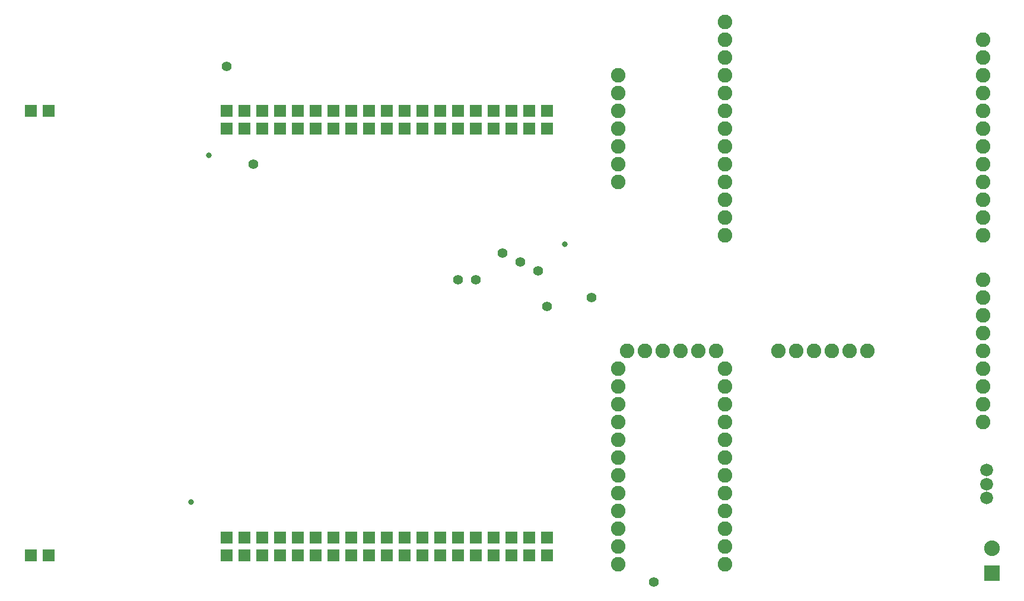
<source format=gbs>
G75*
G70*
%OFA0B0*%
%FSLAX24Y24*%
%IPPOS*%
%LPD*%
%AMOC8*
5,1,8,0,0,1.08239X$1,22.5*
%
%ADD10R,0.0714X0.0714*%
%ADD11C,0.0316*%
%ADD12C,0.0820*%
%ADD13C,0.0720*%
%ADD14R,0.0880X0.0880*%
%ADD15C,0.0880*%
%ADD16C,0.0556*%
D10*
X003100Y003100D03*
X004100Y003100D03*
X014100Y003100D03*
X015100Y003100D03*
X016100Y003100D03*
X017100Y003100D03*
X018100Y003100D03*
X019100Y003100D03*
X020100Y003100D03*
X021100Y003100D03*
X022100Y003100D03*
X023100Y003100D03*
X024100Y003100D03*
X025100Y003100D03*
X026100Y003100D03*
X027100Y003100D03*
X028100Y003100D03*
X029100Y003100D03*
X030100Y003100D03*
X031100Y003100D03*
X032100Y003100D03*
X032100Y004100D03*
X031100Y004100D03*
X030100Y004100D03*
X029100Y004100D03*
X028100Y004100D03*
X027100Y004100D03*
X026100Y004100D03*
X025100Y004100D03*
X024100Y004100D03*
X023100Y004100D03*
X022100Y004100D03*
X021100Y004100D03*
X020100Y004100D03*
X019100Y004100D03*
X018100Y004100D03*
X017100Y004100D03*
X016100Y004100D03*
X015100Y004100D03*
X014100Y004100D03*
X014100Y027100D03*
X014100Y028100D03*
X015100Y028100D03*
X016100Y028100D03*
X016100Y027100D03*
X015100Y027100D03*
X017100Y027100D03*
X017100Y028100D03*
X018100Y028100D03*
X019100Y028100D03*
X019100Y027100D03*
X018100Y027100D03*
X020100Y027100D03*
X020100Y028100D03*
X021100Y028100D03*
X021100Y027100D03*
X022100Y027100D03*
X023100Y027100D03*
X023100Y028100D03*
X022100Y028100D03*
X024100Y028100D03*
X024100Y027100D03*
X025100Y027100D03*
X026100Y027100D03*
X026100Y028100D03*
X025100Y028100D03*
X027100Y028100D03*
X027100Y027100D03*
X028100Y027100D03*
X029100Y027100D03*
X029100Y028100D03*
X028100Y028100D03*
X030100Y028100D03*
X030100Y027100D03*
X031100Y027100D03*
X032100Y027100D03*
X032100Y028100D03*
X031100Y028100D03*
X004100Y028100D03*
X003100Y028100D03*
D11*
X013100Y025600D03*
X033100Y020600D03*
X012100Y006100D03*
D12*
X036100Y005600D03*
X036100Y004600D03*
X036100Y003600D03*
X036100Y002600D03*
X042100Y002600D03*
X042100Y003600D03*
X042100Y004600D03*
X042100Y005600D03*
X042100Y006600D03*
X042100Y007600D03*
X042100Y008600D03*
X042100Y009600D03*
X042100Y010600D03*
X042100Y011600D03*
X042100Y012600D03*
X042100Y013600D03*
X041600Y014600D03*
X040600Y014600D03*
X039600Y014600D03*
X038600Y014600D03*
X037600Y014600D03*
X036600Y014600D03*
X036100Y013600D03*
X036100Y012600D03*
X036100Y011600D03*
X036100Y010600D03*
X036100Y009600D03*
X036100Y008600D03*
X036100Y007600D03*
X036100Y006600D03*
X045100Y014600D03*
X046100Y014600D03*
X047100Y014600D03*
X048100Y014600D03*
X049100Y014600D03*
X050100Y014600D03*
X056600Y014600D03*
X056600Y015600D03*
X056600Y016600D03*
X056600Y017600D03*
X056600Y018600D03*
X056600Y021100D03*
X056600Y022100D03*
X056600Y023100D03*
X056600Y024100D03*
X056600Y025100D03*
X056600Y026100D03*
X056600Y027100D03*
X056600Y028100D03*
X056600Y029100D03*
X056600Y030100D03*
X056600Y031100D03*
X056600Y032100D03*
X042100Y032100D03*
X042100Y031100D03*
X042100Y030100D03*
X042100Y029100D03*
X042100Y028100D03*
X042100Y027100D03*
X042100Y026100D03*
X042100Y025100D03*
X042100Y024100D03*
X042100Y023100D03*
X042100Y022100D03*
X042100Y021100D03*
X036100Y024100D03*
X036100Y025100D03*
X036100Y026100D03*
X036100Y027100D03*
X036100Y028100D03*
X036100Y029100D03*
X036100Y030100D03*
X042100Y033100D03*
X056600Y013600D03*
X056600Y012600D03*
X056600Y011600D03*
X056600Y010600D03*
D13*
X056817Y007887D03*
X056817Y007100D03*
X056817Y006313D03*
D14*
X057100Y002100D03*
D15*
X057100Y003478D03*
D16*
X038100Y001600D03*
X032100Y017100D03*
X034600Y017600D03*
X031600Y019100D03*
X030600Y019600D03*
X029600Y020100D03*
X028100Y018600D03*
X027100Y018600D03*
X015600Y025100D03*
X014100Y030600D03*
M02*

</source>
